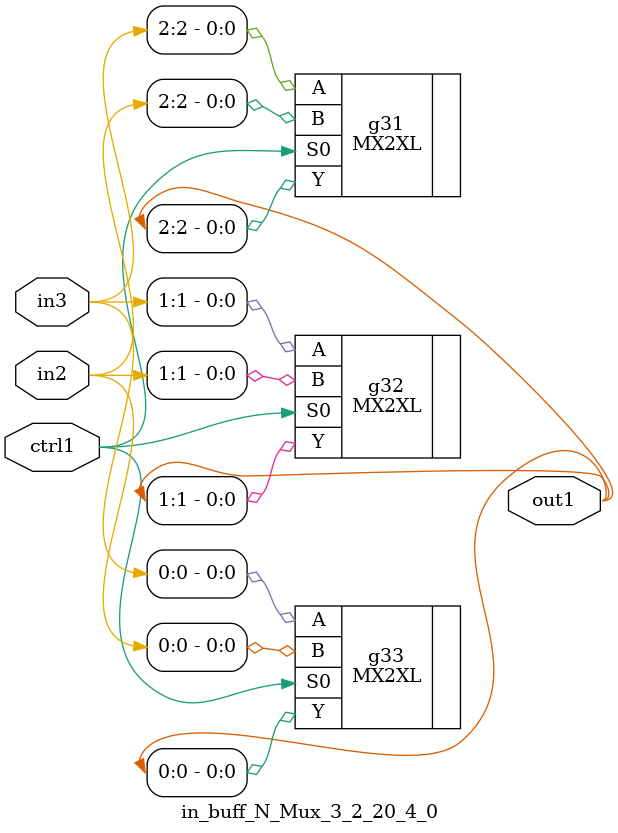
<source format=v>
`timescale 1ps / 1ps


module in_buff_N_Mux_3_2_20_4_0(in3, in2, ctrl1, out1);
  input [2:0] in3, in2;
  input ctrl1;
  output [2:0] out1;
  wire [2:0] in3, in2;
  wire ctrl1;
  wire [2:0] out1;
  MX2XL g31(.A (in3[2]), .B (in2[2]), .S0 (ctrl1), .Y (out1[2]));
  MX2XL g32(.A (in3[1]), .B (in2[1]), .S0 (ctrl1), .Y (out1[1]));
  MX2XL g33(.A (in3[0]), .B (in2[0]), .S0 (ctrl1), .Y (out1[0]));
endmodule



</source>
